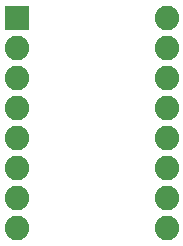
<source format=gbs>
G75*
%MOIN*%
%OFA0B0*%
%FSLAX24Y24*%
%IPPOS*%
%LPD*%
%AMOC8*
5,1,8,0,0,1.08239X$1,22.5*
%
%ADD10R,0.0820X0.0820*%
%ADD11C,0.0820*%
D10*
X000650Y007690D03*
D11*
X000650Y000690D03*
X000650Y001690D03*
X000650Y002690D03*
X000650Y003690D03*
X000650Y004690D03*
X000650Y005690D03*
X000650Y006690D03*
X005650Y006690D03*
X005650Y005690D03*
X005650Y004690D03*
X005650Y003690D03*
X005650Y002690D03*
X005650Y001690D03*
X005650Y000690D03*
X005650Y007690D03*
M02*

</source>
